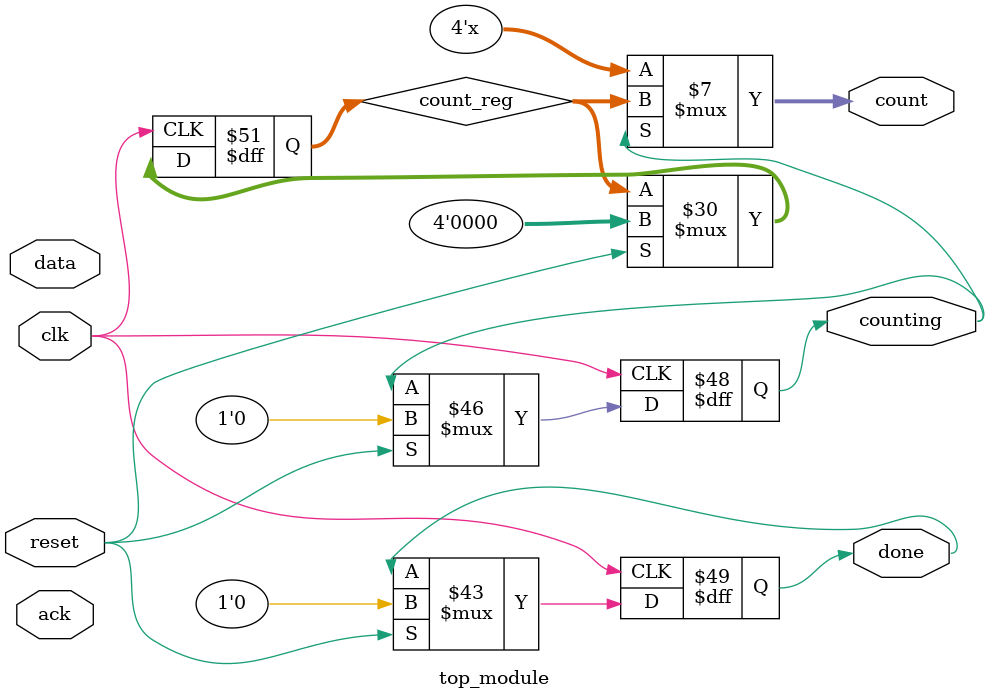
<source format=sv>
module top_module(
	input wire clk,
	input wire reset,
	input wire data,
    output wire [3:0] count,
    output reg counting,
    output reg done,
    input wire ack );

    reg [3:0] delay;
    reg [3:0] count_reg;
    reg [1:0] state;

    always @(posedge clk) begin
        if (reset) begin
            counting <= 0;
            done <= 0;
            state <= 0;
            count_reg <= 0;
            delay <= 0;
        end else begin
            case (state)
                0: begin
                    if (data == 4'b1101) begin
                        state <= 1;
                    end
                end

                1: begin
                    delay[3] <= data;
                    state <= 2;
                end

                2: begin
                    delay[2] <= data;
                    state <= 3;
                end

                3: begin
                    delay[1] <= data;
                    state <= 4;
                end

                4: begin
                    delay[0] <= data;
                    state <= 5;
                end

                5: begin
                    counting <= 1;
                    count_reg <= (delay + 1) * 1000;
                    state <= 6;
                end

                6: begin
                    if (count_reg > 0) begin
                        count_reg <= count_reg - 1;
                    end else begin
                        counting <= 0;
                        done <= 1;
                        state <= 7;
                    end
                end

                7: begin
                    if (ack) begin
                        state <= 0;
                        done <= 0;
                    end
                end
            endcase
        end
    end

    assign count = counting ? count_reg[3:0] : 4'bzzzz;
endmodule

</source>
